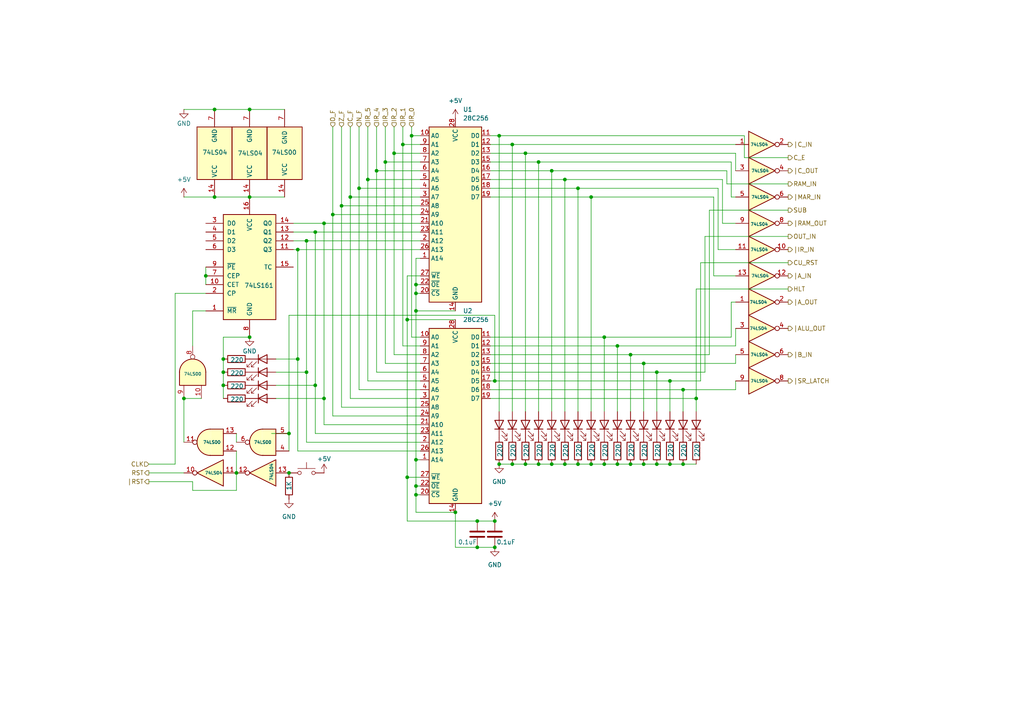
<source format=kicad_sch>
(kicad_sch (version 20231120) (generator "eeschema") (generator_version "8.0")
  (paper "A4")
  (lib_symbols
    (symbol "74xx:74LS00" (pin_names (offset 1.016))
      (property "Reference" "U" (at 0 1.27 0))
      (property "Value" "74LS00" (at 0 -1.27 0))
      (symbol "74LS00_1_1"
        (arc (start 0 -3.81) (mid 3.7934 0) (end 0 3.81) (stroke (width 0.254)) (fill (type background)))
        (polyline (pts (xy 0 3.81) (xy -3.81 3.81) (xy -3.81 -3.81) (xy 0 -3.81)) (stroke (width 0.254)) (fill (type background)))
        (pin input line (at -7.62 2.54 0) (length 3.81) (name "~") (number "1"))
        (pin input line (at -7.62 -2.54 0) (length 3.81) (name "~") (number "2"))
        (pin output inverted (at 7.62 0 180) (length 3.81) (name "~") (number "3"))
      )
      (symbol "74LS00_1_2"
        (arc (start -3.81 -3.81) (mid -2.589 0) (end -3.81 3.81) (stroke (width 0.254)))
        (arc (start -0.6096 -3.81) (mid 2.1842 -2.5851) (end 3.81 0) (stroke (width 0.254)) (fill (type background)))
        (polyline (pts (xy -3.81 -3.81) (xy -0.635 -3.81)) (stroke (width 0.254)) (fill (type background)))
        (polyline (pts (xy -3.81 3.81) (xy -0.635 3.81)) (stroke (width 0.254)) (fill (type background)))
        (polyline (pts (xy -0.635 3.81) (xy -3.81 3.81) (xy -3.81 3.81) (xy -3.556 3.4036) (xy -3.0226 2.2606) (xy -2.6924 1.0414) (xy -2.6162 -0.254) (xy -2.7686 -1.4986) (xy -3.175 -2.7178) (xy -3.81 -3.81) (xy -3.81 -3.81) (xy -0.635 -3.81)) (stroke (width -25.4)) (fill (type background)))
        (arc (start 3.81 0) (mid 2.1915 2.5936) (end -0.6096 3.81) (stroke (width 0.254)) (fill (type background)))
        (pin input inverted (at -7.62 2.54 0) (length 4.318) (name "~") (number "1"))
        (pin input inverted (at -7.62 -2.54 0) (length 4.318) (name "~") (number "2"))
        (pin output line (at 7.62 0 180) (length 3.81) (name "~") (number "3"))
      )
      (symbol "74LS00_2_1"
        (arc (start 0 -3.81) (mid 3.7934 0) (end 0 3.81) (stroke (width 0.254)) (fill (type background)))
        (polyline (pts (xy 0 3.81) (xy -3.81 3.81) (xy -3.81 -3.81) (xy 0 -3.81)) (stroke (width 0.254)) (fill (type background)))
        (pin input line (at -7.62 2.54 0) (length 3.81) (name "~") (number "4"))
        (pin input line (at -7.62 -2.54 0) (length 3.81) (name "~") (number "5"))
        (pin output inverted (at 7.62 0 180) (length 3.81) (name "~") (number "6"))
      )
      (symbol "74LS00_2_2"
        (arc (start -3.81 -3.81) (mid -2.589 0) (end -3.81 3.81) (stroke (width 0.254)))
        (arc (start -0.6096 -3.81) (mid 2.1842 -2.5851) (end 3.81 0) (stroke (width 0.254)) (fill (type background)))
        (polyline (pts (xy -3.81 -3.81) (xy -0.635 -3.81)) (stroke (width 0.254)) (fill (type background)))
        (polyline (pts (xy -3.81 3.81) (xy -0.635 3.81)) (stroke (width 0.254)) (fill (type background)))
        (polyline (pts (xy -0.635 3.81) (xy -3.81 3.81) (xy -3.81 3.81) (xy -3.556 3.4036) (xy -3.0226 2.2606) (xy -2.6924 1.0414) (xy -2.6162 -0.254) (xy -2.7686 -1.4986) (xy -3.175 -2.7178) (xy -3.81 -3.81) (xy -3.81 -3.81) (xy -0.635 -3.81)) (stroke (width -25.4)) (fill (type background)))
        (arc (start 3.81 0) (mid 2.1915 2.5936) (end -0.6096 3.81) (stroke (width 0.254)) (fill (type background)))
        (pin input inverted (at -7.62 2.54 0) (length 4.318) (name "~") (number "4"))
        (pin input inverted (at -7.62 -2.54 0) (length 4.318) (name "~") (number "5"))
        (pin output line (at 7.62 0 180) (length 3.81) (name "~") (number "6"))
      )
      (symbol "74LS00_3_1"
        (arc (start 0 -3.81) (mid 3.7934 0) (end 0 3.81) (stroke (width 0.254)) (fill (type background)))
        (polyline (pts (xy 0 3.81) (xy -3.81 3.81) (xy -3.81 -3.81) (xy 0 -3.81)) (stroke (width 0.254)) (fill (type background)))
        (pin input line (at -7.62 -2.54 0) (length 3.81) (name "~") (number "10"))
        (pin output inverted (at 7.62 0 180) (length 3.81) (name "~") (number "8"))
        (pin input line (at -7.62 2.54 0) (length 3.81) (name "~") (number "9"))
      )
      (symbol "74LS00_3_2"
        (arc (start -3.81 -3.81) (mid -2.589 0) (end -3.81 3.81) (stroke (width 0.254)))
        (arc (start -0.6096 -3.81) (mid 2.1842 -2.5851) (end 3.81 0) (stroke (width 0.254)) (fill (type background)))
        (polyline (pts (xy -3.81 -3.81) (xy -0.635 -3.81)) (stroke (width 0.254)) (fill (type background)))
        (polyline (pts (xy -3.81 3.81) (xy -0.635 3.81)) (stroke (width 0.254)) (fill (type background)))
        (polyline (pts (xy -0.635 3.81) (xy -3.81 3.81) (xy -3.81 3.81) (xy -3.556 3.4036) (xy -3.0226 2.2606) (xy -2.6924 1.0414) (xy -2.6162 -0.254) (xy -2.7686 -1.4986) (xy -3.175 -2.7178) (xy -3.81 -3.81) (xy -3.81 -3.81) (xy -0.635 -3.81)) (stroke (width -25.4)) (fill (type background)))
        (arc (start 3.81 0) (mid 2.1915 2.5936) (end -0.6096 3.81) (stroke (width 0.254)) (fill (type background)))
        (pin input inverted (at -7.62 -2.54 0) (length 4.318) (name "~") (number "10"))
        (pin output line (at 7.62 0 180) (length 3.81) (name "~") (number "8"))
        (pin input inverted (at -7.62 2.54 0) (length 4.318) (name "~") (number "9"))
      )
      (symbol "74LS00_4_1"
        (arc (start 0 -3.81) (mid 3.7934 0) (end 0 3.81) (stroke (width 0.254)) (fill (type background)))
        (polyline (pts (xy 0 3.81) (xy -3.81 3.81) (xy -3.81 -3.81) (xy 0 -3.81)) (stroke (width 0.254)) (fill (type background)))
        (pin output inverted (at 7.62 0 180) (length 3.81) (name "~") (number "11"))
        (pin input line (at -7.62 2.54 0) (length 3.81) (name "~") (number "12"))
        (pin input line (at -7.62 -2.54 0) (length 3.81) (name "~") (number "13"))
      )
      (symbol "74LS00_4_2"
        (arc (start -3.81 -3.81) (mid -2.589 0) (end -3.81 3.81) (stroke (width 0.254)))
        (arc (start -0.6096 -3.81) (mid 2.1842 -2.5851) (end 3.81 0) (stroke (width 0.254)) (fill (type background)))
        (polyline (pts (xy -3.81 -3.81) (xy -0.635 -3.81)) (stroke (width 0.254)) (fill (type background)))
        (polyline (pts (xy -3.81 3.81) (xy -0.635 3.81)) (stroke (width 0.254)) (fill (type background)))
        (polyline (pts (xy -0.635 3.81) (xy -3.81 3.81) (xy -3.81 3.81) (xy -3.556 3.4036) (xy -3.0226 2.2606) (xy -2.6924 1.0414) (xy -2.6162 -0.254) (xy -2.7686 -1.4986) (xy -3.175 -2.7178) (xy -3.81 -3.81) (xy -3.81 -3.81) (xy -0.635 -3.81)) (stroke (width -25.4)) (fill (type background)))
        (arc (start 3.81 0) (mid 2.1915 2.5936) (end -0.6096 3.81) (stroke (width 0.254)) (fill (type background)))
        (pin output line (at 7.62 0 180) (length 3.81) (name "~") (number "11"))
        (pin input inverted (at -7.62 2.54 0) (length 4.318) (name "~") (number "12"))
        (pin input inverted (at -7.62 -2.54 0) (length 4.318) (name "~") (number "13"))
      )
      (symbol "74LS00_5_0"
        (pin power_in line (at 0 12.7 270) (length 5.08) (name "VCC") (number "14"))
        (pin power_in line (at 0 -12.7 90) (length 5.08) (name "GND") (number "7"))
      )
      (symbol "74LS00_5_1"
        (rectangle (start -5.08 7.62) (end 5.08 -7.62) (stroke (width 0.254)) (fill (type background)))
      )
    )
    (symbol "74xx:74LS04"
      (property "Reference" "U" (at 0 1.27 0))
      (property "Value" "74LS04" (at 0 -1.27 0))
      (symbol "74LS04_1_0"
        (polyline (pts (xy -3.81 3.81) (xy -3.81 -3.81) (xy 3.81 0) (xy -3.81 3.81)) (stroke (width 0.254)) (fill (type background)))
        (pin input line (at -7.62 0 0) (length 3.81) (name "~") (number "1"))
        (pin output inverted (at 7.62 0 180) (length 3.81) (name "~") (number "2"))
      )
      (symbol "74LS04_2_0"
        (polyline (pts (xy -3.81 3.81) (xy -3.81 -3.81) (xy 3.81 0) (xy -3.81 3.81)) (stroke (width 0.254)) (fill (type background)))
        (pin input line (at -7.62 0 0) (length 3.81) (name "~") (number "3"))
        (pin output inverted (at 7.62 0 180) (length 3.81) (name "~") (number "4"))
      )
      (symbol "74LS04_3_0"
        (polyline (pts (xy -3.81 3.81) (xy -3.81 -3.81) (xy 3.81 0) (xy -3.81 3.81)) (stroke (width 0.254)) (fill (type background)))
        (pin input line (at -7.62 0 0) (length 3.81) (name "~") (number "5"))
        (pin output inverted (at 7.62 0 180) (length 3.81) (name "~") (number "6"))
      )
      (symbol "74LS04_4_0"
        (polyline (pts (xy -3.81 3.81) (xy -3.81 -3.81) (xy 3.81 0) (xy -3.81 3.81)) (stroke (width 0.254)) (fill (type background)))
        (pin output inverted (at 7.62 0 180) (length 3.81) (name "~") (number "8"))
        (pin input line (at -7.62 0 0) (length 3.81) (name "~") (number "9"))
      )
      (symbol "74LS04_5_0"
        (polyline (pts (xy -3.81 3.81) (xy -3.81 -3.81) (xy 3.81 0) (xy -3.81 3.81)) (stroke (width 0.254)) (fill (type background)))
        (pin output inverted (at 7.62 0 180) (length 3.81) (name "~") (number "10"))
        (pin input line (at -7.62 0 0) (length 3.81) (name "~") (number "11"))
      )
      (symbol "74LS04_6_0"
        (polyline (pts (xy -3.81 3.81) (xy -3.81 -3.81) (xy 3.81 0) (xy -3.81 3.81)) (stroke (width 0.254)) (fill (type background)))
        (pin output inverted (at 7.62 0 180) (length 3.81) (name "~") (number "12"))
        (pin input line (at -7.62 0 0) (length 3.81) (name "~") (number "13"))
      )
      (symbol "74LS04_7_0"
        (pin power_in line (at 0 12.7 270) (length 5.08) (name "VCC") (number "14"))
        (pin power_in line (at 0 -12.7 90) (length 5.08) (name "GND") (number "7"))
      )
      (symbol "74LS04_7_1"
        (rectangle (start -5.08 7.62) (end 5.08 -7.62) (stroke (width 0.254)) (fill (type background)))
      )
    )
    (symbol "74xx:74LS161" (pin_names (offset 1.016))
      (property "Reference" "U" (at -7.62 16.51 0))
      (property "Value" "74LS161" (at -7.62 -16.51 0))
      (symbol "74LS161_1_0"
        (pin input line (at -12.7 -12.7 0) (length 5.08) (name "~{MR}") (number "1"))
        (pin input line (at -12.7 -5.08 0) (length 5.08) (name "CET") (number "10"))
        (pin output line (at 12.7 5.08 180) (length 5.08) (name "Q3") (number "11"))
        (pin output line (at 12.7 7.62 180) (length 5.08) (name "Q2") (number "12"))
        (pin output line (at 12.7 10.16 180) (length 5.08) (name "Q1") (number "13"))
        (pin output line (at 12.7 12.7 180) (length 5.08) (name "Q0") (number "14"))
        (pin output line (at 12.7 0 180) (length 5.08) (name "TC") (number "15"))
        (pin power_in line (at 0 20.32 270) (length 5.08) (name "VCC") (number "16"))
        (pin input line (at -12.7 -7.62 0) (length 5.08) (name "CP") (number "2"))
        (pin input line (at -12.7 12.7 0) (length 5.08) (name "D0") (number "3"))
        (pin input line (at -12.7 10.16 0) (length 5.08) (name "D1") (number "4"))
        (pin input line (at -12.7 7.62 0) (length 5.08) (name "D2") (number "5"))
        (pin input line (at -12.7 5.08 0) (length 5.08) (name "D3") (number "6"))
        (pin input line (at -12.7 -2.54 0) (length 5.08) (name "CEP") (number "7"))
        (pin power_in line (at 0 -20.32 90) (length 5.08) (name "GND") (number "8"))
        (pin input line (at -12.7 0 0) (length 5.08) (name "~{PE}") (number "9"))
      )
      (symbol "74LS161_1_1"
        (rectangle (start -7.62 15.24) (end 7.62 -15.24) (stroke (width 0.254)) (fill (type background)))
      )
    )
    (symbol "Device:C" (pin_numbers hide) (pin_names (offset 0.254))
      (property "Reference" "C" (at 0.635 2.54 0))
      (property "Value" "C" (at 0.635 -2.54 0))
      (symbol "C_0_1"
        (polyline (pts (xy -2.032 -0.762) (xy 2.032 -0.762)) (stroke (width 0.508)))
        (polyline (pts (xy -2.032 0.762) (xy 2.032 0.762)) (stroke (width 0.508)))
      )
      (symbol "C_1_1"
        (pin passive line (at 0 3.81 270) (length 2.794) (name "~") (number "1"))
        (pin passive line (at 0 -3.81 90) (length 2.794) (name "~") (number "2"))
      )
    )
    (symbol "Device:LED" (pin_numbers hide) (pin_names (offset 1.016) hide)
      (property "Reference" "D" (at 0 2.54 0))
      (property "Value" "LED" (at 0 -2.54 0))
      (symbol "LED_0_1"
        (polyline (pts (xy -1.27 -1.27) (xy -1.27 1.27)) (stroke (width 0.254)))
        (polyline (pts (xy -1.27 0) (xy 1.27 0)))
        (polyline (pts (xy 1.27 -1.27) (xy 1.27 1.27) (xy -1.27 0) (xy 1.27 -1.27)) (stroke (width 0.254)))
        (polyline (pts (xy -3.048 -0.762) (xy -4.572 -2.286) (xy -3.81 -2.286) (xy -4.572 -2.286) (xy -4.572 -1.524)))
        (polyline (pts (xy -1.778 -0.762) (xy -3.302 -2.286) (xy -2.54 -2.286) (xy -3.302 -2.286) (xy -3.302 -1.524)))
      )
      (symbol "LED_1_1"
        (pin passive line (at -3.81 0 0) (length 2.54) (name "K") (number "1"))
        (pin passive line (at 3.81 0 180) (length 2.54) (name "A") (number "2"))
      )
    )
    (symbol "Device:R" (pin_numbers hide) (pin_names (offset 0))
      (property "Reference" "R" (at 2.032 0 90))
      (property "Value" "R" (at 0 0 90))
      (symbol "R_0_1"
        (rectangle (start -1.016 -2.54) (end 1.016 2.54) (stroke (width 0.254)))
      )
      (symbol "R_1_1"
        (pin passive line (at 0 3.81 270) (length 1.27) (name "~") (number "1"))
        (pin passive line (at 0 -3.81 90) (length 1.27) (name "~") (number "2"))
      )
    )
    (symbol "Memory_EEPROM:28C256"
      (property "Reference" "U" (at -7.62 26.67 0))
      (property "Value" "28C256" (at 2.54 -26.67 0))
      (symbol "28C256_1_1"
        (rectangle (start -7.62 25.4) (end 7.62 -25.4) (stroke (width 0.254)) (fill (type background)))
        (pin input line (at -10.16 -12.7 0) (length 2.54) (name "A14") (number "1"))
        (pin input line (at -10.16 22.86 0) (length 2.54) (name "A0") (number "10"))
        (pin tri_state line (at 10.16 22.86 180) (length 2.54) (name "D0") (number "11"))
        (pin tri_state line (at 10.16 20.32 180) (length 2.54) (name "D1") (number "12"))
        (pin tri_state line (at 10.16 17.78 180) (length 2.54) (name "D2") (number "13"))
        (pin power_in line (at 0 -27.94 90) (length 2.54) (name "GND") (number "14"))
        (pin tri_state line (at 10.16 15.24 180) (length 2.54) (name "D3") (number "15"))
        (pin tri_state line (at 10.16 12.7 180) (length 2.54) (name "D4") (number "16"))
        (pin tri_state line (at 10.16 10.16 180) (length 2.54) (name "D5") (number "17"))
        (pin tri_state line (at 10.16 7.62 180) (length 2.54) (name "D6") (number "18"))
        (pin tri_state line (at 10.16 5.08 180) (length 2.54) (name "D7") (number "19"))
        (pin input line (at -10.16 -7.62 0) (length 2.54) (name "A12") (number "2"))
        (pin input line (at -10.16 -22.86 0) (length 2.54) (name "~{CS}") (number "20"))
        (pin input line (at -10.16 -2.54 0) (length 2.54) (name "A10") (number "21"))
        (pin input line (at -10.16 -20.32 0) (length 2.54) (name "~{OE}") (number "22"))
        (pin input line (at -10.16 -5.08 0) (length 2.54) (name "A11") (number "23"))
        (pin input line (at -10.16 0 0) (length 2.54) (name "A9") (number "24"))
        (pin input line (at -10.16 2.54 0) (length 2.54) (name "A8") (number "25"))
        (pin input line (at -10.16 -10.16 0) (length 2.54) (name "A13") (number "26"))
        (pin input line (at -10.16 -17.78 0) (length 2.54) (name "~{WE}") (number "27"))
        (pin power_in line (at 0 27.94 270) (length 2.54) (name "VCC") (number "28"))
        (pin input line (at -10.16 5.08 0) (length 2.54) (name "A7") (number "3"))
        (pin input line (at -10.16 7.62 0) (length 2.54) (name "A6") (number "4"))
        (pin input line (at -10.16 10.16 0) (length 2.54) (name "A5") (number "5"))
        (pin input line (at -10.16 12.7 0) (length 2.54) (name "A4") (number "6"))
        (pin input line (at -10.16 15.24 0) (length 2.54) (name "A3") (number "7"))
        (pin input line (at -10.16 17.78 0) (length 2.54) (name "A2") (number "8"))
        (pin input line (at -10.16 20.32 0) (length 2.54) (name "A1") (number "9"))
      )
    )
    (symbol "Switch:SW_Push" (pin_numbers hide) (pin_names (offset 1.016) hide)
      (property "Reference" "SW" (at 1.27 2.54 0))
      (property "Value" "SW_Push" (at 0 -1.524 0))
      (symbol "SW_Push_0_1"
        (circle (center -2.032 0) (radius 0.508))
        (polyline (pts (xy 0 1.27) (xy 0 3.048)))
        (polyline (pts (xy 2.54 1.27) (xy -2.54 1.27)))
        (circle (center 2.032 0) (radius 0.508))
        (pin passive line (at -5.08 0 0) (length 2.54) (name "1") (number "1"))
        (pin passive line (at 5.08 0 180) (length 2.54) (name "2") (number "2"))
      )
    )
    (symbol "power:+5V" (power) (pin_numbers hide) (pin_names (offset 0) hide)
      (property "Value" "+5V" (at 0 3.556 0))
      (symbol "+5V_0_1"
        (polyline (pts (xy -0.762 1.27) (xy 0 2.54)))
        (polyline (pts (xy 0 0) (xy 0 2.54)))
        (polyline (pts (xy 0 2.54) (xy 0.762 1.27)))
      )
      (symbol "+5V_1_1"
        (pin power_in line (at 0 0 90) (length 0) (name "~") (number "1"))
      )
    )
    (symbol "power:GND" (power) (pin_numbers hide) (pin_names (offset 0) hide)
      (property "Value" "GND" (at 0 -3.81 0))
      (symbol "GND_0_1"
        (polyline (pts (xy 0 0) (xy 0 -1.27) (xy 1.27 -1.27) (xy 0 -2.54) (xy -1.27 -1.27) (xy 0 -1.27)))
      )
      (symbol "GND_1_1"
        (pin power_in line (at 0 0 270) (length 0) (name "~") (number "1"))
      )
    )
  )
  (junction (at 179.07 100.33))
  (junction (at 160.02 49.53))
  (junction (at 148.59 41.91))
  (junction (at 114.3 44.45))
  (junction (at 101.6 57.15))
  (junction (at 68.58 137.16))
  (junction (at 156.21 134.62))
  (junction (at 120.65 140.97))
  (junction (at 64.77 104.14))
  (junction (at 86.36 104.14))
  (junction (at 109.22 49.53))
  (junction (at 144.78 39.37))
  (junction (at 194.31 134.62))
  (junction (at 171.45 57.15))
  (junction (at 175.26 97.79))
  (junction (at 62.23 57.15))
  (junction (at 186.69 105.41))
  (junction (at 190.5 107.95))
  (junction (at 156.21 46.99))
  (junction (at 120.65 82.55))
  (junction (at 93.98 115.57))
  (junction (at 167.64 54.61))
  (junction (at 120.65 85.09))
  (junction (at 138.43 151.13))
  (junction (at 64.77 111.76))
  (junction (at 143.51 110.49))
  (junction (at 182.88 102.87))
  (junction (at 182.88 134.62))
  (junction (at 160.02 134.62))
  (junction (at 64.77 107.95))
  (junction (at 152.4 134.62))
  (junction (at 163.83 52.07))
  (junction (at 118.11 138.43))
  (junction (at 152.4 44.45))
  (junction (at 72.39 31.75))
  (junction (at 93.98 64.77))
  (junction (at 167.64 134.62))
  (junction (at 171.45 134.62))
  (junction (at 132.08 148.59))
  (junction (at 198.12 113.03))
  (junction (at 62.23 31.75))
  (junction (at 148.59 134.62))
  (junction (at 116.84 41.91))
  (junction (at 104.14 54.61))
  (junction (at 99.06 59.69))
  (junction (at 53.34 115.57))
  (junction (at 179.07 134.62))
  (junction (at 59.69 80.01))
  (junction (at 96.52 62.23))
  (junction (at 201.93 115.57))
  (junction (at 143.51 151.13))
  (junction (at 118.11 92.71))
  (junction (at 91.44 67.31))
  (junction (at 186.69 134.62))
  (junction (at 175.26 134.62))
  (junction (at 88.9 107.95))
  (junction (at 83.82 125.73))
  (junction (at 198.12 134.62))
  (junction (at 120.65 133.35))
  (junction (at 144.78 134.62))
  (junction (at 88.9 69.85))
  (junction (at 119.38 39.37))
  (junction (at 86.36 72.39))
  (junction (at 111.76 46.99))
  (junction (at 72.39 57.15))
  (junction (at 83.82 137.16))
  (junction (at 138.43 158.75))
  (junction (at 190.5 134.62))
  (junction (at 120.65 143.51))
  (junction (at 72.39 97.79))
  (junction (at 194.31 110.49))
  (junction (at 120.65 90.17))
  (junction (at 143.51 158.75))
  (junction (at 163.83 134.62))
  (junction (at 106.68 52.07))
  (junction (at 91.44 111.76))
  (wire (pts (xy 120.65 82.55) (xy 121.92 82.55)))
  (wire (pts (xy 121.92 110.49) (xy 106.68 110.49)))
  (wire (pts (xy 215.9 45.72) (xy 228.6 45.72)))
  (wire (pts (xy 138.43 158.75) (xy 143.51 158.75)))
  (wire (pts (xy 175.26 134.62) (xy 179.07 134.62)))
  (wire (pts (xy 142.24 49.53) (xy 160.02 49.53)))
  (wire (pts (xy 88.9 69.85) (xy 88.9 107.95)))
  (wire (pts (xy 118.11 138.43) (xy 121.92 138.43)))
  (wire (pts (xy 209.55 64.77) (xy 213.36 64.77)))
  (wire (pts (xy 171.45 57.15) (xy 207.01 57.15)))
  (wire (pts (xy 114.3 44.45) (xy 121.92 44.45)))
  (wire (pts (xy 142.24 100.33) (xy 179.07 100.33)))
  (wire (pts (xy 213.36 113.03) (xy 213.36 110.49)))
  (wire (pts (xy 160.02 49.53) (xy 210.82 49.53)))
  (wire (pts (xy 121.92 39.37) (xy 119.38 39.37)))
  (wire (pts (xy 144.78 134.62) (xy 148.59 134.62)))
  (wire (pts (xy 119.38 36.83) (xy 119.38 39.37)))
  (wire (pts (xy 106.68 110.49) (xy 106.68 52.07)))
  (wire (pts (xy 160.02 49.53) (xy 160.02 119.38)))
  (wire (pts (xy 55.88 90.17) (xy 55.88 100.33)))
  (wire (pts (xy 72.39 97.79) (xy 64.77 97.79)))
  (wire (pts (xy 121.92 118.11) (xy 99.06 118.11)))
  (wire (pts (xy 120.65 133.35) (xy 120.65 90.17)))
  (wire (pts (xy 85.09 72.39) (xy 86.36 72.39)))
  (wire (pts (xy 58.42 115.57) (xy 53.34 115.57)))
  (wire (pts (xy 64.77 111.76) (xy 64.77 115.57)))
  (wire (pts (xy 121.92 62.23) (xy 96.52 62.23)))
  (wire (pts (xy 43.18 134.62) (xy 50.8 134.62)))
  (wire (pts (xy 156.21 46.99) (xy 212.09 46.99)))
  (wire (pts (xy 198.12 113.03) (xy 198.12 119.38)))
  (wire (pts (xy 121.92 105.41) (xy 111.76 105.41)))
  (wire (pts (xy 53.34 115.57) (xy 53.34 128.27)))
  (wire (pts (xy 215.9 45.72) (xy 215.9 39.37)))
  (wire (pts (xy 120.65 85.09) (xy 120.65 82.55)))
  (wire (pts (xy 121.92 120.65) (xy 96.52 120.65)))
  (wire (pts (xy 167.64 134.62) (xy 171.45 134.62)))
  (wire (pts (xy 64.77 107.95) (xy 64.77 111.76)))
  (wire (pts (xy 121.92 115.57) (xy 101.6 115.57)))
  (wire (pts (xy 111.76 46.99) (xy 121.92 46.99)))
  (wire (pts (xy 182.88 134.62) (xy 186.69 134.62)))
  (wire (pts (xy 55.88 142.24) (xy 55.88 139.7)))
  (wire (pts (xy 156.21 46.99) (xy 156.21 119.38)))
  (wire (pts (xy 88.9 107.95) (xy 88.9 128.27)))
  (wire (pts (xy 118.11 151.13) (xy 138.43 151.13)))
  (wire (pts (xy 190.5 107.95) (xy 204.47 107.95)))
  (wire (pts (xy 142.24 113.03) (xy 198.12 113.03)))
  (wire (pts (xy 50.8 85.09) (xy 59.69 85.09)))
  (wire (pts (xy 143.51 91.44) (xy 143.51 110.49)))
  (wire (pts (xy 142.24 97.79) (xy 175.26 97.79)))
  (wire (pts (xy 228.6 68.58) (xy 204.47 68.58)))
  (wire (pts (xy 212.09 87.63) (xy 213.36 87.63)))
  (wire (pts (xy 143.51 110.49) (xy 194.31 110.49)))
  (wire (pts (xy 213.36 44.45) (xy 213.36 49.53)))
  (wire (pts (xy 138.43 151.13) (xy 143.51 151.13)))
  (wire (pts (xy 118.11 92.71) (xy 118.11 138.43)))
  (wire (pts (xy 194.31 134.62) (xy 198.12 134.62)))
  (wire (pts (xy 121.92 59.69) (xy 99.06 59.69)))
  (wire (pts (xy 132.08 148.59) (xy 132.08 158.75)))
  (wire (pts (xy 53.34 57.15) (xy 62.23 57.15)))
  (wire (pts (xy 86.36 104.14) (xy 86.36 130.81)))
  (wire (pts (xy 50.8 134.62) (xy 50.8 85.09)))
  (wire (pts (xy 91.44 67.31) (xy 121.92 67.31)))
  (wire (pts (xy 198.12 113.03) (xy 213.36 113.03)))
  (wire (pts (xy 121.92 49.53) (xy 109.22 49.53)))
  (wire (pts (xy 53.34 31.75) (xy 62.23 31.75)))
  (wire (pts (xy 142.24 44.45) (xy 152.4 44.45)))
  (wire (pts (xy 120.65 140.97) (xy 121.92 140.97)))
  (wire (pts (xy 212.09 97.79) (xy 212.09 87.63)))
  (wire (pts (xy 119.38 39.37) (xy 119.38 97.79)))
  (wire (pts (xy 142.24 41.91) (xy 148.59 41.91)))
  (wire (pts (xy 91.44 67.31) (xy 91.44 111.76)))
  (wire (pts (xy 186.69 105.41) (xy 186.69 119.38)))
  (wire (pts (xy 208.28 54.61) (xy 208.28 72.39)))
  (wire (pts (xy 121.92 57.15) (xy 101.6 57.15)))
  (wire (pts (xy 171.45 57.15) (xy 171.45 119.38)))
  (wire (pts (xy 120.65 140.97) (xy 120.65 133.35)))
  (wire (pts (xy 205.74 60.96) (xy 228.6 60.96)))
  (wire (pts (xy 212.09 46.99) (xy 212.09 57.15)))
  (wire (pts (xy 152.4 44.45) (xy 152.4 119.38)))
  (wire (pts (xy 190.5 107.95) (xy 190.5 119.38)))
  (wire (pts (xy 175.26 97.79) (xy 175.26 119.38)))
  (wire (pts (xy 59.69 77.47) (xy 59.69 80.01)))
  (wire (pts (xy 106.68 36.83) (xy 106.68 52.07)))
  (wire (pts (xy 142.24 110.49) (xy 143.51 110.49)))
  (wire (pts (xy 68.58 130.81) (xy 68.58 137.16)))
  (wire (pts (xy 59.69 80.01) (xy 59.69 82.55)))
  (wire (pts (xy 88.9 69.85) (xy 121.92 69.85)))
  (wire (pts (xy 96.52 36.83) (xy 96.52 62.23)))
  (wire (pts (xy 91.44 111.76) (xy 91.44 125.73)))
  (wire (pts (xy 142.24 102.87) (xy 182.88 102.87)))
  (wire (pts (xy 68.58 128.27) (xy 68.58 125.73)))
  (wire (pts (xy 62.23 57.15) (xy 72.39 57.15)))
  (wire (pts (xy 43.18 137.16) (xy 53.34 137.16)))
  (wire (pts (xy 55.88 90.17) (xy 59.69 90.17)))
  (wire (pts (xy 175.26 97.79) (xy 212.09 97.79)))
  (wire (pts (xy 132.08 148.59) (xy 120.65 148.59)))
  (wire (pts (xy 111.76 105.41) (xy 111.76 46.99)))
  (wire (pts (xy 186.69 134.62) (xy 190.5 134.62)))
  (wire (pts (xy 80.01 104.14) (xy 86.36 104.14)))
  (wire (pts (xy 163.83 134.62) (xy 167.64 134.62)))
  (wire (pts (xy 83.82 91.44) (xy 83.82 125.73)))
  (wire (pts (xy 109.22 49.53) (xy 109.22 107.95)))
  (wire (pts (xy 85.09 69.85) (xy 88.9 69.85)))
  (wire (pts (xy 167.64 54.61) (xy 208.28 54.61)))
  (wire (pts (xy 163.83 52.07) (xy 209.55 52.07)))
  (wire (pts (xy 167.64 54.61) (xy 167.64 119.38)))
  (wire (pts (xy 99.06 118.11) (xy 99.06 59.69)))
  (wire (pts (xy 86.36 72.39) (xy 86.36 104.14)))
  (wire (pts (xy 55.88 139.7) (xy 43.18 139.7)))
  (wire (pts (xy 132.08 158.75) (xy 138.43 158.75)))
  (wire (pts (xy 109.22 107.95) (xy 121.92 107.95)))
  (wire (pts (xy 104.14 54.61) (xy 104.14 113.03)))
  (wire (pts (xy 118.11 80.01) (xy 118.11 92.71)))
  (wire (pts (xy 210.82 53.34) (xy 228.6 53.34)))
  (wire (pts (xy 142.24 57.15) (xy 171.45 57.15)))
  (wire (pts (xy 93.98 64.77) (xy 121.92 64.77)))
  (wire (pts (xy 213.36 100.33) (xy 213.36 95.25)))
  (wire (pts (xy 201.93 83.82) (xy 201.93 115.57)))
  (wire (pts (xy 64.77 104.14) (xy 64.77 107.95)))
  (wire (pts (xy 85.09 64.77) (xy 93.98 64.77)))
  (wire (pts (xy 111.76 36.83) (xy 111.76 46.99)))
  (wire (pts (xy 101.6 115.57) (xy 101.6 57.15)))
  (wire (pts (xy 179.07 100.33) (xy 179.07 119.38)))
  (wire (pts (xy 198.12 134.62) (xy 201.93 134.62)))
  (wire (pts (xy 121.92 128.27) (xy 88.9 128.27)))
  (wire (pts (xy 142.24 46.99) (xy 156.21 46.99)))
  (wire (pts (xy 93.98 64.77) (xy 93.98 115.57)))
  (wire (pts (xy 80.01 107.95) (xy 88.9 107.95)))
  (wire (pts (xy 163.83 52.07) (xy 163.83 119.38)))
  (wire (pts (xy 62.23 31.75) (xy 72.39 31.75)))
  (wire (pts (xy 120.65 143.51) (xy 120.65 140.97)))
  (wire (pts (xy 205.74 60.96) (xy 205.74 102.87)))
  (wire (pts (xy 210.82 53.34) (xy 210.82 49.53)))
  (wire (pts (xy 114.3 102.87) (xy 114.3 44.45)))
  (wire (pts (xy 120.65 85.09) (xy 121.92 85.09)))
  (wire (pts (xy 106.68 52.07) (xy 121.92 52.07)))
  (wire (pts (xy 152.4 134.62) (xy 156.21 134.62)))
  (wire (pts (xy 171.45 134.62) (xy 175.26 134.62)))
  (wire (pts (xy 104.14 113.03) (xy 121.92 113.03)))
  (wire (pts (xy 86.36 72.39) (xy 121.92 72.39)))
  (wire (pts (xy 186.69 105.41) (xy 213.36 105.41)))
  (wire (pts (xy 80.01 111.76) (xy 91.44 111.76)))
  (wire (pts (xy 201.93 115.57) (xy 201.93 119.38)))
  (wire (pts (xy 160.02 134.62) (xy 163.83 134.62)))
  (wire (pts (xy 190.5 134.62) (xy 194.31 134.62)))
  (wire (pts (xy 207.01 80.01) (xy 213.36 80.01)))
  (wire (pts (xy 142.24 107.95) (xy 190.5 107.95)))
  (wire (pts (xy 121.92 102.87) (xy 114.3 102.87)))
  (wire (pts (xy 121.92 41.91) (xy 116.84 41.91)))
  (wire (pts (xy 148.59 134.62) (xy 152.4 134.62)))
  (wire (pts (xy 121.92 80.01) (xy 118.11 80.01)))
  (wire (pts (xy 96.52 120.65) (xy 96.52 62.23)))
  (wire (pts (xy 64.77 97.79) (xy 64.77 104.14)))
  (wire (pts (xy 72.39 31.75) (xy 82.55 31.75)))
  (wire (pts (xy 213.36 105.41) (xy 213.36 102.87)))
  (wire (pts (xy 182.88 102.87) (xy 205.74 102.87)))
  (wire (pts (xy 194.31 110.49) (xy 194.31 119.38)))
  (wire (pts (xy 142.24 105.41) (xy 186.69 105.41)))
  (wire (pts (xy 120.65 148.59) (xy 120.65 143.51)))
  (wire (pts (xy 83.82 91.44) (xy 143.51 91.44)))
  (wire (pts (xy 93.98 115.57) (xy 93.98 123.19)))
  (wire (pts (xy 120.65 133.35) (xy 121.92 133.35)))
  (wire (pts (xy 207.01 57.15) (xy 207.01 80.01)))
  (wire (pts (xy 142.24 39.37) (xy 144.78 39.37)))
  (wire (pts (xy 116.84 41.91) (xy 116.84 100.33)))
  (wire (pts (xy 101.6 36.83) (xy 101.6 57.15)))
  (wire (pts (xy 179.07 134.62) (xy 182.88 134.62)))
  (wire (pts (xy 142.24 52.07) (xy 163.83 52.07)))
  (wire (pts (xy 121.92 130.81) (xy 86.36 130.81)))
  (wire (pts (xy 228.6 83.82) (xy 201.93 83.82)))
  (wire (pts (xy 194.31 110.49) (xy 203.2 110.49)))
  (wire (pts (xy 121.92 54.61) (xy 104.14 54.61)))
  (wire (pts (xy 80.01 115.57) (xy 93.98 115.57)))
  (wire (pts (xy 118.11 138.43) (xy 118.11 151.13)))
  (wire (pts (xy 182.88 102.87) (xy 182.88 119.38)))
  (wire (pts (xy 114.3 36.83) (xy 114.3 44.45)))
  (wire (pts (xy 148.59 41.91) (xy 213.36 41.91)))
  (wire (pts (xy 142.24 54.61) (xy 167.64 54.61)))
  (wire (pts (xy 209.55 52.07) (xy 209.55 64.77)))
  (wire (pts (xy 144.78 39.37) (xy 144.78 119.38)))
  (wire (pts (xy 156.21 134.62) (xy 160.02 134.62)))
  (wire (pts (xy 203.2 76.2) (xy 228.6 76.2)))
  (wire (pts (xy 212.09 57.15) (xy 213.36 57.15)))
  (wire (pts (xy 120.65 74.93) (xy 120.65 82.55)))
  (wire (pts (xy 55.88 142.24) (xy 68.58 142.24)))
  (wire (pts (xy 85.09 67.31) (xy 91.44 67.31)))
  (wire (pts (xy 68.58 137.16) (xy 68.58 142.24)))
  (wire (pts (xy 116.84 100.33) (xy 121.92 100.33)))
  (wire (pts (xy 104.14 36.83) (xy 104.14 54.61)))
  (wire (pts (xy 121.92 123.19) (xy 93.98 123.19)))
  (wire (pts (xy 152.4 44.45) (xy 213.36 44.45)))
  (wire (pts (xy 121.92 143.51) (xy 120.65 143.51)))
  (wire (pts (xy 142.24 115.57) (xy 201.93 115.57)))
  (wire (pts (xy 121.92 74.93) (xy 120.65 74.93)))
  (wire (pts (xy 121.92 125.73) (xy 91.44 125.73)))
  (wire (pts (xy 116.84 36.83) (xy 116.84 41.91)))
  (wire (pts (xy 119.38 97.79) (xy 121.92 97.79)))
  (wire (pts (xy 120.65 90.17) (xy 132.08 90.17)))
  (wire (pts (xy 148.59 41.91) (xy 148.59 119.38)))
  (wire (pts (xy 78.74 125.73) (xy 83.82 125.73)))
  (wire (pts (xy 144.78 39.37) (xy 215.9 39.37)))
  (wire (pts (xy 118.11 92.71) (xy 132.08 92.71)))
  (wire (pts (xy 179.07 100.33) (xy 213.36 100.33)))
  (wire (pts (xy 83.82 130.81) (xy 83.82 125.73)))
  (wire (pts (xy 82.55 57.15) (xy 72.39 57.15)))
  (wire (pts (xy 109.22 36.83) (xy 109.22 49.53)))
  (wire (pts (xy 204.47 68.58) (xy 204.47 107.95)))
  (wire (pts (xy 99.06 36.83) (xy 99.06 59.69)))
  (wire (pts (xy 203.2 110.49) (xy 203.2 76.2)))
  (wire (pts (xy 208.28 72.39) (xy 213.36 72.39)))
  (wire (pts (xy 120.65 90.17) (xy 120.65 85.09)))
  (hierarchical_label "C_E" (shape output) (at 228.6 45.72 0))
  (hierarchical_label "|RAM_OUT" (shape output) (at 228.6 64.77 0))
  (hierarchical_label "HLT" (shape output) (at 228.6 83.82 0))
  (hierarchical_label "IR_1" (shape input) (at 116.84 36.83 90))
  (hierarchical_label "RAM_IN" (shape output) (at 228.6 53.34 0))
  (hierarchical_label "RST" (shape output) (at 43.18 137.16 180))
  (hierarchical_label "IR_5" (shape input) (at 106.68 36.83 90))
  (hierarchical_label "|C_IN" (shape output) (at 228.6 41.91 0))
  (hierarchical_label "|A_IN" (shape output) (at 228.6 80.01 0))
  (hierarchical_label "CU_RST" (shape output) (at 228.6 76.2 0))
  (hierarchical_label "IR_2" (shape input) (at 114.3 36.83 90))
  (hierarchical_label "|B_IN" (shape output) (at 228.6 102.87 0))
  (hierarchical_label "Z_F" (shape input) (at 99.06 36.83 90))
  (hierarchical_label "N_F" (shape input) (at 104.14 36.83 90))
  (hierarchical_label "|C_OUT" (shape output) (at 228.6 49.53 0))
  (hierarchical_label "|RST" (shape output) (at 43.18 139.7 180))
  (hierarchical_label "IR_4" (shape input) (at 109.22 36.83 90))
  (hierarchical_label "IR_3" (shape input) (at 111.76 36.83 90))
  (hierarchical_label "|MAR_IN" (shape output) (at 228.6 57.15 0))
  (hierarchical_label "O_F" (shape input) (at 96.52 36.83 90))
  (hierarchical_label "CLK" (shape input) (at 43.18 134.62 180))
  (hierarchical_label "|A_OUT" (shape output) (at 228.6 87.63 0))
  (hierarchical_label "OUT_IN" (shape output) (at 228.6 68.58 0))
  (hierarchical_label "SUB" (shape output) (at 228.6 60.96 0))
  (hierarchical_label "IR_0" (shape input) (at 119.38 36.83 90))
  (hierarchical_label "|ALU_OUT" (shape output) (at 228.6 95.25 0))
  (hierarchical_label "|IR_IN" (shape output) (at 228.6 72.39 0))
  (hierarchical_label "C_F" (shape input) (at 101.6 36.83 90))
  (hierarchical_label "|SR_LATCH" (shape output) (at 228.6 110.49 0))
  (symbol (lib_id "Device:LED") (at 144.78 123.19 90) (unit 1)
    (property "Reference" "D1" (effects (hide yes)))
    (property "Value" "LED" (effects (hide yes)))
    (property "Description" "Light emitting diode" (effects (hide yes)))
  )
  (symbol (lib_id "74xx:74LS00") (at 82.55 44.45 180) (unit 5)
    (property "Reference" "U5" (effects (hide yes)))
    (property "Value" "74LS00" (at 86.106 44.196 0) (effects (justify left)))
    (property "Datasheet" "http://www.ti.com/lit/gpn/sn74ls00" (effects (hide yes)))
    (property "Description" "quad 2-input NAND gate" (effects (hide yes)))
  )
  (symbol (lib_id "74xx:74LS161") (at 72.39 77.47 0) (unit 1)
    (property "Reference" "U3" (effects (hide yes)))
    (property "Value" "74LS161" (at 70.866 82.804 0) (effects (justify left)))
    (property "Datasheet" "http://www.ti.com/lit/gpn/sn74LS161" (effects (hide yes)))
    (property "Description" "Synchronous 4-bit programmable binary Counter" (effects (hide yes)))
  )
  (symbol (lib_id "Device:R") (at 148.59 130.81 0) (unit 1)
    (property "Reference" "R2" (effects (hide yes)))
    (property "Value" "220" (at 148.844 132.588 90) (effects (justify left)))
    (property "Description" "Resistor" (effects (hide yes)))
  )
  (symbol (lib_id "Device:R") (at 190.5 130.81 0) (unit 1)
    (property "Reference" "R13" (effects (hide yes)))
    (property "Value" "220" (at 190.754 132.588 90) (effects (justify left)))
    (property "Description" "Resistor" (effects (hide yes)))
  )
  (symbol (lib_id "power:GND") (at 144.78 134.62 0) (unit 1)
    (property "Reference" "#PWR07" (effects (hide yes)))
    (property "Value" "GND" (at 144.78 139.7 0))
    (property "Description" "Power symbol creates a global label with name \"GND\" , ground" (effects (hide yes)))
  )
  (symbol (lib_id "Device:LED") (at 156.21 123.19 90) (unit 1)
    (property "Reference" "D4" (effects (hide yes)))
    (property "Value" "LED" (effects (hide yes)))
    (property "Description" "Light emitting diode" (effects (hide yes)))
  )
  (symbol (lib_id "Device:R") (at 68.58 111.76 270) (unit 1)
    (property "Reference" "R29" (effects (hide yes)))
    (property "Value" "220" (at 66.802 112.014 90) (effects (justify left)))
    (property "Description" "Resistor" (effects (hide yes)))
  )
  (symbol (lib_id "74xx:74LS04") (at 220.98 80.01 0) (unit 6)
    (property "Reference" "U6" (effects (hide yes)))
    (property "Value" "74LS04" (at 220.472 80.01 0) (effects (font (size 0.889 0.889))))
    (property "Datasheet" "http://www.ti.com/lit/gpn/sn74LS04" (effects (hide yes)))
    (property "Description" "Hex Inverter" (effects (hide yes)))
  )
  (symbol (lib_id "power:GND") (at 72.39 97.79 0) (unit 1)
    (property "Reference" "#PWR04" (effects (hide yes)))
    (property "Value" "GND" (at 72.39 101.854 0))
    (property "Description" "Power symbol creates a global label with name \"GND\" , ground" (effects (hide yes)))
  )
  (symbol (lib_id "74xx:74LS04") (at 72.39 44.45 180) (unit 7)
    (property "Reference" "U6" (effects (hide yes)))
    (property "Value" "74LS04" (at 76.2 44.45 0) (effects (justify left)))
    (property "Datasheet" "http://www.ti.com/lit/gpn/sn74LS04" (effects (hide yes)))
    (property "Description" "Hex Inverter" (effects (hide yes)))
  )
  (symbol (lib_id "74xx:74LS04") (at 76.2 137.16 180) (unit 6)
    (property "Reference" "U7" (effects (hide yes)))
    (property "Value" "74LS04" (at 78.74 139.446 90) (effects (font (size 0.889 0.889)) (justify right)))
    (property "Datasheet" "http://www.ti.com/lit/gpn/sn74LS04" (effects (hide yes)))
    (property "Description" "Hex Inverter" (effects (hide yes)))
  )
  (symbol (lib_id "Device:R") (at 68.58 104.14 270) (unit 1)
    (property "Reference" "R30" (effects (hide yes)))
    (property "Value" "220" (at 66.802 104.394 90) (effects (justify left)))
    (property "Description" "Resistor" (effects (hide yes)))
  )
  (symbol (lib_id "74xx:74LS04") (at 60.96 137.16 180) (unit 5)
    (property "Reference" "U7" (effects (hide yes)))
    (property "Value" "74LS04" (at 61.976 137.16 0) (effects (font (size 0.889 0.889))))
    (property "Datasheet" "http://www.ti.com/lit/gpn/sn74LS04" (effects (hide yes)))
    (property "Description" "Hex Inverter" (effects (hide yes)))
  )
  (symbol (lib_id "74xx:74LS04") (at 220.98 102.87 0) (unit 3)
    (property "Reference" "U7" (effects (hide yes)))
    (property "Value" "74LS04" (at 220.218 102.87 0) (effects (font (size 0.889 0.889))))
    (property "Datasheet" "http://www.ti.com/lit/gpn/sn74LS04" (effects (hide yes)))
    (property "Description" "Hex Inverter" (effects (hide yes)))
  )
  (symbol (lib_id "74xx:74LS04") (at 220.98 49.53 0) (unit 2)
    (property "Reference" "U6" (effects (hide yes)))
    (property "Value" "74LS04" (at 220.472 49.53 0) (effects (font (size 0.889 0.889))))
    (property "Datasheet" "http://www.ti.com/lit/gpn/sn74LS04" (effects (hide yes)))
    (property "Description" "Hex Inverter" (effects (hide yes)))
  )
  (symbol (lib_id "74xx:74LS04") (at 220.98 95.25 0) (unit 2)
    (property "Reference" "U7" (effects (hide yes)))
    (property "Value" "74LS04" (at 219.964 95.25 0) (effects (font (size 0.889 0.889))))
    (property "Datasheet" "http://www.ti.com/lit/gpn/sn74LS04" (effects (hide yes)))
    (property "Description" "Hex Inverter" (effects (hide yes)))
  )
  (symbol (lib_id "Device:R") (at 152.4 130.81 0) (unit 1)
    (property "Reference" "R3" (effects (hide yes)))
    (property "Value" "220" (at 152.654 132.588 90) (effects (justify left)))
    (property "Description" "Resistor" (effects (hide yes)))
  )
  (symbol (lib_id "74xx:74LS04") (at 220.98 41.91 0) (unit 1)
    (property "Reference" "U6" (effects (hide yes)))
    (property "Value" "74LS04" (at 220.218 41.91 0) (effects (font (size 0.889 0.889))))
    (property "Datasheet" "http://www.ti.com/lit/gpn/sn74LS04" (effects (hide yes)))
    (property "Description" "Hex Inverter" (effects (hide yes)))
  )
  (symbol (lib_id "Memory_EEPROM:28C256") (at 132.08 120.65 0) (unit 1)
    (property "Reference" "U2" (at 134.2741 90.17 0) (effects (justify left)))
    (property "Value" "28C256" (at 134.2741 92.71 0) (effects (justify left)))
    (property "Datasheet" "http://ww1.microchip.com/downloads/en/DeviceDoc/doc0006.pdf" (effects (hide yes)))
    (property "Description" "Paged Parallel EEPROM 256Kb (32K x 8), DIP-28/SOIC-28" (effects (hide yes)))
  )
  (symbol (lib_id "power:GND") (at 143.51 158.75 0) (unit 1)
    (property "Reference" "#PWR01" (effects (hide yes)))
    (property "Value" "GND" (at 143.51 163.83 0))
    (property "Description" "Power symbol creates a global label with name \"GND\" , ground" (effects (hide yes)))
  )
  (symbol (lib_id "Device:LED") (at 76.2 111.76 0) (unit 1)
    (property "Reference" "D28" (effects (hide yes)))
    (property "Value" "LED" (effects (hide yes)))
    (property "Description" "Light emitting diode" (effects (hide yes)))
  )
  (symbol (lib_id "74xx:74LS00") (at 55.88 107.95 90) (unit 3)
    (property "Reference" "U5" (effects (hide yes)))
    (property "Value" "74LS00" (at 55.88 108.458 90) (effects (font (size 0.889 0.889))))
    (property "Datasheet" "http://www.ti.com/lit/gpn/sn74ls00" (effects (hide yes)))
    (property "Description" "quad 2-input NAND gate" (effects (hide yes)))
  )
  (symbol (lib_id "Device:R") (at 194.31 130.81 0) (unit 1)
    (property "Reference" "R14" (effects (hide yes)))
    (property "Value" "220" (at 194.564 132.588 90) (effects (justify left)))
    (property "Description" "Resistor" (effects (hide yes)))
  )
  (symbol (lib_id "Device:R") (at 68.58 115.57 270) (unit 1)
    (property "Reference" "R18" (effects (hide yes)))
    (property "Value" "220" (at 66.802 115.824 90) (effects (justify left)))
    (property "Description" "Resistor" (effects (hide yes)))
  )
  (symbol (lib_id "Switch:SW_Push") (at 88.9 137.16 0) (unit 1)
    (property "Reference" "SW1" (effects (hide yes)))
    (property "Value" "SW_Push" (effects (hide yes)))
    (property "Description" "Push button switch, generic, two pins" (effects (hide yes)))
  )
  (symbol (lib_id "74xx:74LS00") (at 76.2 128.27 180) (unit 2)
    (property "Reference" "U5" (effects (hide yes)))
    (property "Value" "74LS00" (at 76.2 128.27 0) (effects (font (size 0.889 0.889))))
    (property "Datasheet" "http://www.ti.com/lit/gpn/sn74ls00" (effects (hide yes)))
    (property "Description" "quad 2-input NAND gate" (effects (hide yes)))
  )
  (symbol (lib_id "Device:R") (at 144.78 130.81 0) (unit 1)
    (property "Reference" "R1" (effects (hide yes)))
    (property "Value" "220" (at 145.034 132.588 90) (effects (justify left)))
    (property "Description" "Resistor" (effects (hide yes)))
  )
  (symbol (lib_id "Device:R") (at 167.64 130.81 0) (unit 1)
    (property "Reference" "R7" (effects (hide yes)))
    (property "Value" "220" (at 167.894 132.588 90) (effects (justify left)))
    (property "Description" "Resistor" (effects (hide yes)))
  )
  (symbol (lib_id "Memory_EEPROM:28C256") (at 132.08 62.23 0) (unit 1)
    (property "Reference" "U1" (at 134.2741 31.75 0) (effects (justify left)))
    (property "Value" "28C256" (at 134.2741 34.29 0) (effects (justify left)))
    (property "Datasheet" "http://ww1.microchip.com/downloads/en/DeviceDoc/doc0006.pdf" (effects (hide yes)))
    (property "Description" "Paged Parallel EEPROM 256Kb (32K x 8), DIP-28/SOIC-28" (effects (hide yes)))
  )
  (symbol (lib_id "74xx:74LS04") (at 220.98 110.49 0) (unit 4)
    (property "Reference" "U7" (effects (hide yes)))
    (property "Value" "74LS04" (at 220.218 110.49 0) (effects (font (size 0.889 0.889))))
    (property "Datasheet" "http://www.ti.com/lit/gpn/sn74LS04" (effects (hide yes)))
    (property "Description" "Hex Inverter" (effects (hide yes)))
  )
  (symbol (lib_id "Device:LED") (at 190.5 123.19 90) (unit 1)
    (property "Reference" "D13" (effects (hide yes)))
    (property "Value" "LED" (effects (hide yes)))
    (property "Description" "Light emitting diode" (effects (hide yes)))
  )
  (symbol (lib_id "power:GND") (at 83.82 144.78 0) (unit 1)
    (property "Reference" "#PWR05" (effects (hide yes)))
    (property "Value" "GND" (at 83.82 149.86 0))
    (property "Description" "Power symbol creates a global label with name \"GND\" , ground" (effects (hide yes)))
  )
  (symbol (lib_id "74xx:74LS04") (at 220.98 64.77 0) (unit 4)
    (property "Reference" "U6" (effects (hide yes)))
    (property "Value" "74LS04" (at 220.218 65.024 0) (effects (font (size 0.889 0.889))))
    (property "Datasheet" "http://www.ti.com/lit/gpn/sn74LS04" (effects (hide yes)))
    (property "Description" "Hex Inverter" (effects (hide yes)))
  )
  (symbol (lib_id "Device:R") (at 198.12 130.81 0) (unit 1)
    (property "Reference" "R15" (effects (hide yes)))
    (property "Value" "220" (at 198.374 132.588 90) (effects (justify left)))
    (property "Description" "Resistor" (effects (hide yes)))
  )
  (symbol (lib_id "Device:C") (at 138.43 154.94 0) (unit 1)
    (property "Reference" "C2" (effects (hide yes)))
    (property "Value" "0.1uF" (at 132.842 157.226 0) (effects (justify left)))
    (property "Description" "Unpolarized capacitor" (effects (hide yes)))
  )
  (symbol (lib_id "Device:LED") (at 152.4 123.19 90) (unit 1)
    (property "Reference" "D3" (effects (hide yes)))
    (property "Value" "LED" (effects (hide yes)))
    (property "Description" "Light emitting diode" (effects (hide yes)))
  )
  (symbol (lib_id "Device:LED") (at 76.2 115.57 0) (unit 1)
    (property "Reference" "D17" (effects (hide yes)))
    (property "Value" "LED" (effects (hide yes)))
    (property "Description" "Light emitting diode" (effects (hide yes)))
  )
  (symbol (lib_id "Device:LED") (at 182.88 123.19 90) (unit 1)
    (property "Reference" "D11" (effects (hide yes)))
    (property "Value" "LED" (effects (hide yes)))
    (property "Description" "Light emitting diode" (effects (hide yes)))
  )
  (symbol (lib_id "Device:LED") (at 186.69 123.19 90) (unit 1)
    (property "Reference" "D12" (effects (hide yes)))
    (property "Value" "LED" (effects (hide yes)))
    (property "Description" "Light emitting diode" (effects (hide yes)))
  )
  (symbol (lib_id "Device:LED") (at 194.31 123.19 90) (unit 1)
    (property "Reference" "D14" (effects (hide yes)))
    (property "Value" "LED" (effects (hide yes)))
    (property "Description" "Light emitting diode" (effects (hide yes)))
  )
  (symbol (lib_id "power:+5V") (at 93.98 137.16 0) (unit 1)
    (property "Reference" "#PWR06" (effects (hide yes)))
    (property "Value" "+5V" (at 93.98 133.096 0))
    (property "Description" "Power symbol creates a global label with name \"+5V\"" (effects (hide yes)))
  )
  (symbol (lib_id "Device:R") (at 68.58 107.95 270) (unit 1)
    (property "Reference" "R31" (effects (hide yes)))
    (property "Value" "220" (at 66.802 108.204 90) (effects (justify left)))
    (property "Description" "Resistor" (effects (hide yes)))
  )
  (symbol (lib_id "74xx:74LS04") (at 220.98 57.15 0) (unit 3)
    (property "Reference" "U6" (effects (hide yes)))
    (property "Value" "74LS04" (at 220.472 57.15 0) (effects (font (size 0.889 0.889))))
    (property "Datasheet" "http://www.ti.com/lit/gpn/sn74LS04" (effects (hide yes)))
    (property "Description" "Hex Inverter" (effects (hide yes)))
  )
  (symbol (lib_id "Device:LED") (at 179.07 123.19 90) (unit 1)
    (property "Reference" "D10" (effects (hide yes)))
    (property "Value" "LED" (effects (hide yes)))
    (property "Description" "Light emitting diode" (effects (hide yes)))
  )
  (symbol (lib_id "Device:LED") (at 171.45 123.19 90) (unit 1)
    (property "Reference" "D8" (effects (hide yes)))
    (property "Value" "LED" (effects (hide yes)))
    (property "Description" "Light emitting diode" (effects (hide yes)))
  )
  (symbol (lib_id "Device:C") (at 143.51 154.94 0) (unit 1)
    (property "Reference" "C1" (effects (hide yes)))
    (property "Value" "0.1uF" (at 144.018 157.226 0) (effects (justify left)))
    (property "Description" "Unpolarized capacitor" (effects (hide yes)))
  )
  (symbol (lib_id "74xx:74LS04") (at 62.23 44.45 180) (unit 7)
    (property "Reference" "U7" (effects (hide yes)))
    (property "Value" "74LS04" (at 58.674 44.196 0) (effects (justify right)))
    (property "Datasheet" "http://www.ti.com/lit/gpn/sn74LS04" (effects (hide yes)))
    (property "Description" "Hex Inverter" (effects (hide yes)))
  )
  (symbol (lib_id "Device:R") (at 160.02 130.81 0) (unit 1)
    (property "Reference" "R5" (effects (hide yes)))
    (property "Value" "220" (at 160.274 132.588 90) (effects (justify left)))
    (property "Description" "Resistor" (effects (hide yes)))
  )
  (symbol (lib_id "Device:LED") (at 201.93 123.19 90) (unit 1)
    (property "Reference" "D16" (effects (hide yes)))
    (property "Value" "LED" (effects (hide yes)))
    (property "Description" "Light emitting diode" (effects (hide yes)))
  )
  (symbol (lib_id "Device:R") (at 201.93 130.81 0) (unit 1)
    (property "Reference" "R16" (effects (hide yes)))
    (property "Value" "220" (at 202.184 132.588 90) (effects (justify left)))
    (property "Description" "Resistor" (effects (hide yes)))
  )
  (symbol (lib_id "Device:R") (at 163.83 130.81 0) (unit 1)
    (property "Reference" "R6" (effects (hide yes)))
    (property "Value" "220" (at 164.084 132.588 90) (effects (justify left)))
    (property "Description" "Resistor" (effects (hide yes)))
  )
  (symbol (lib_id "Device:R") (at 182.88 130.81 0) (unit 1)
    (property "Reference" "R11" (effects (hide yes)))
    (property "Value" "220" (at 183.134 132.588 90) (effects (justify left)))
    (property "Description" "Resistor" (effects (hide yes)))
  )
  (symbol (lib_id "Device:LED") (at 76.2 107.95 0) (unit 1)
    (property "Reference" "D30" (effects (hide yes)))
    (property "Value" "LED" (effects (hide yes)))
    (property "Description" "Light emitting diode" (effects (hide yes)))
  )
  (symbol (lib_id "power:GND") (at 53.34 31.75 0) (unit 1)
    (property "Reference" "#PWR08" (effects (hide yes)))
    (property "Value" "GND" (at 53.34 35.814 0))
    (property "Description" "Power symbol creates a global label with name \"GND\" , ground" (effects (hide yes)))
  )
  (symbol (lib_id "power:+5V") (at 132.08 34.29 0) (unit 1)
    (property "Reference" "#PWR03" (effects (hide yes)))
    (property "Value" "+5V" (at 132.08 29.21 0))
    (property "Description" "Power symbol creates a global label with name \"+5V\"" (effects (hide yes)))
  )
  (symbol (lib_id "Device:LED") (at 167.64 123.19 90) (unit 1)
    (property "Reference" "D7" (effects (hide yes)))
    (property "Value" "LED" (effects (hide yes)))
    (property "Description" "Light emitting diode" (effects (hide yes)))
  )
  (symbol (lib_id "Device:R") (at 83.82 140.97 0) (unit 1)
    (property "Reference" "R17" (effects (hide yes)))
    (property "Value" "1K" (at 83.82 142.24 90) (effects (justify left)))
    (property "Description" "Resistor" (effects (hide yes)))
  )
  (symbol (lib_id "Device:LED") (at 198.12 123.19 90) (unit 1)
    (property "Reference" "D15" (effects (hide yes)))
    (property "Value" "LED" (effects (hide yes)))
    (property "Description" "Light emitting diode" (effects (hide yes)))
  )
  (symbol (lib_id "Device:R") (at 156.21 130.81 0) (unit 1)
    (property "Reference" "R4" (effects (hide yes)))
    (property "Value" "220" (at 156.464 132.588 90) (effects (justify left)))
    (property "Description" "Resistor" (effects (hide yes)))
  )
  (symbol (lib_id "Device:R") (at 179.07 130.81 0) (unit 1)
    (property "Reference" "R10" (effects (hide yes)))
    (property "Value" "220" (at 179.324 132.588 90) (effects (justify left)))
    (property "Description" "Resistor" (effects (hide yes)))
  )
  (symbol (lib_id "Device:LED") (at 148.59 123.19 90) (unit 1)
    (property "Reference" "D2" (effects (hide yes)))
    (property "Value" "LED" (effects (hide yes)))
    (property "Description" "Light emitting diode" (effects (hide yes)))
  )
  (symbol (lib_id "power:+5V") (at 53.34 57.15 0) (unit 1)
    (property "Reference" "#PWR09" (effects (hide yes)))
    (property "Value" "+5V" (at 53.34 52.07 0))
    (property "Description" "Power symbol creates a global label with name \"+5V\"" (effects (hide yes)))
  )
  (symbol (lib_id "Device:R") (at 171.45 130.81 0) (unit 1)
    (property "Reference" "R8" (effects (hide yes)))
    (property "Value" "220" (at 171.704 132.588 90) (effects (justify left)))
    (property "Description" "Resistor" (effects (hide yes)))
  )
  (symbol (lib_id "Device:LED") (at 175.26 123.19 90) (unit 1)
    (property "Reference" "D9" (effects (hide yes)))
    (property "Value" "LED" (effects (hide yes)))
    (property "Description" "Light emitting diode" (effects (hide yes)))
  )
  (symbol (lib_id "74xx:74LS00") (at 60.96 128.27 180) (unit 4)
    (property "Reference" "U5" (effects (hide yes)))
    (property "Value" "74LS00" (at 61.468 128.27 0) (effects (font (size 0.889 0.889))))
    (property "Datasheet" "http://www.ti.com/lit/gpn/sn74ls00" (effects (hide yes)))
    (property "Description" "quad 2-input NAND gate" (effects (hide yes)))
  )
  (symbol (lib_id "Device:R") (at 175.26 130.81 0) (unit 1)
    (property "Reference" "R9" (effects (hide yes)))
    (property "Value" "220" (at 175.514 132.588 90) (effects (justify left)))
    (property "Description" "Resistor" (effects (hide yes)))
  )
  (symbol (lib_id "Device:LED") (at 163.83 123.19 90) (unit 1)
    (property "Reference" "D6" (effects (hide yes)))
    (property "Value" "LED" (effects (hide yes)))
    (property "Description" "Light emitting diode" (effects (hide yes)))
  )
  (symbol (lib_id "power:+5V") (at 143.51 151.13 0) (unit 1)
    (property "Reference" "#PWR02" (effects (hide yes)))
    (property "Value" "+5V" (at 143.51 146.05 0))
    (property "Description" "Power symbol creates a global label with name \"+5V\"" (effects (hide yes)))
  )
  (symbol (lib_id "Device:LED") (at 160.02 123.19 90) (unit 1)
    (property "Reference" "D5" (effects (hide yes)))
    (property "Value" "LED" (effects (hide yes)))
    (property "Description" "Light emitting diode" (effects (hide yes)))
  )
  (symbol (lib_id "Device:R") (at 186.69 130.81 0) (unit 1)
    (property "Reference" "R12" (effects (hide yes)))
    (property "Value" "220" (at 186.944 132.588 90) (effects (justify left)))
    (property "Description" "Resistor" (effects (hide yes)))
  )
  (symbol (lib_id "74xx:74LS04") (at 220.98 72.39 0) (unit 5)
    (property "Reference" "U6" (effects (hide yes)))
    (property "Value" "74LS04" (at 220.218 72.39 0) (effects (font (size 0.889 0.889))))
    (property "Datasheet" "http://www.ti.com/lit/gpn/sn74LS04" (effects (hide yes)))
    (property "Description" "Hex Inverter" (effects (hide yes)))
  )
  (symbol (lib_id "74xx:74LS04") (at 220.98 87.63 0) (unit 1)
    (property "Reference" "U7" (effects (hide yes)))
    (property "Value" "74LS04" (at 219.964 87.63 0) (effects (font (size 0.889 0.889))))
    (property "Datasheet" "http://www.ti.com/lit/gpn/sn74LS04" (effects (hide yes)))
    (property "Description" "Hex Inverter" (effects (hide yes)))
  )
  (symbol (lib_id "Device:LED") (at 76.2 104.14 0) (unit 1)
    (property "Reference" "D29" (effects (hide yes)))
    (property "Value" "LED" (effects (hide yes)))
    (property "Description" "Light emitting diode" (effects (hide yes)))
  )
)
</source>
